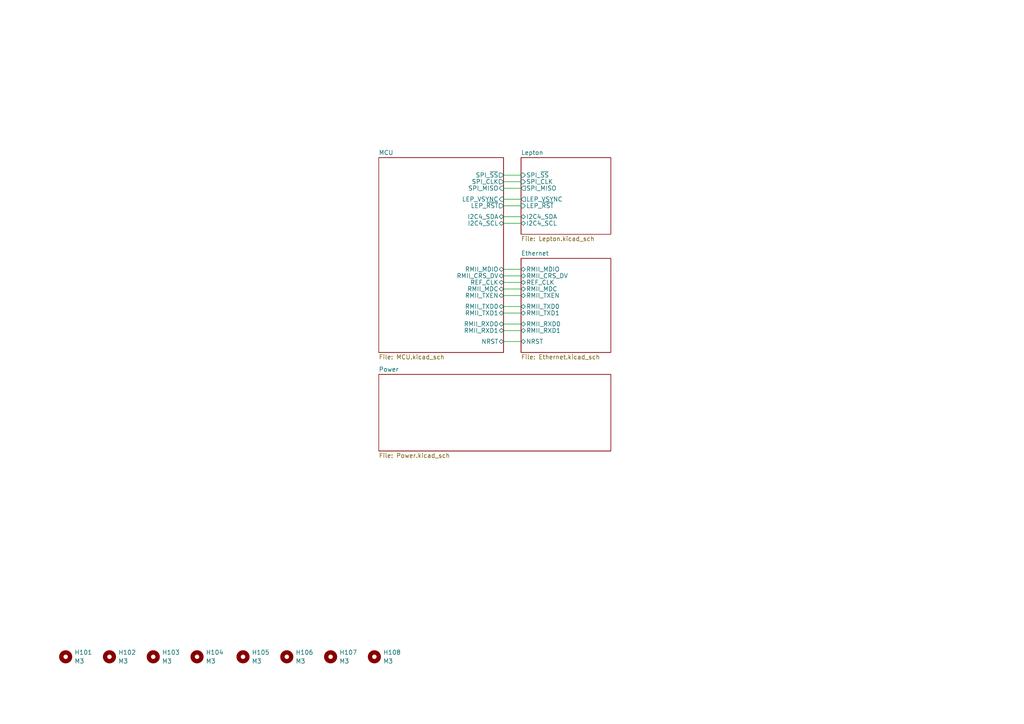
<source format=kicad_sch>
(kicad_sch (version 20230121) (generator eeschema)
  (paper "A4")
  (lib_symbols
    (symbol "Mechanical:MountingHole" (pin_names (offset 1.016))
      (property "Reference" "H" (at 0 5.08 0))
      (property "Value" "MountingHole" (at 0 3.175 0))
      (symbol "MountingHole_0_1"
        (circle (center 0 0) (radius 1.27) (stroke (width 1.27)))
      )
    )
  )
  (wire (pts (xy 146.05 52.705) (xy 151.13 52.705)))
  (wire (pts (xy 146.05 83.82) (xy 151.13 83.82)))
  (wire (pts (xy 146.05 50.8) (xy 151.13 50.8)))
  (wire (pts (xy 146.05 59.69) (xy 151.13 59.69)))
  (wire (pts (xy 146.05 93.98) (xy 151.13 93.98)))
  (wire (pts (xy 146.05 64.77) (xy 151.13 64.77)))
  (wire (pts (xy 146.05 80.01) (xy 151.13 80.01)))
  (wire (pts (xy 146.05 54.61) (xy 151.13 54.61)))
  (wire (pts (xy 146.05 85.725) (xy 151.13 85.725)))
  (wire (pts (xy 146.05 78.105) (xy 151.13 78.105)))
  (wire (pts (xy 146.05 90.805) (xy 151.13 90.805)))
  (wire (pts (xy 146.05 88.9) (xy 151.13 88.9)))
  (wire (pts (xy 146.05 57.785) (xy 151.13 57.785)))
  (wire (pts (xy 146.05 95.885) (xy 151.13 95.885)))
  (wire (pts (xy 146.05 81.915) (xy 151.13 81.915)))
  (wire (pts (xy 146.05 99.06) (xy 151.13 99.06)))
  (wire (pts (xy 146.05 62.865) (xy 151.13 62.865)))
  (symbol (lib_id "Mechanical:MountingHole") (at 95.885 190.5 0) (unit 1)
    (property "Reference" "H107" (at 98.425 189.23 0) (effects (justify left)))
    (property "Value" "M3" (at 98.425 191.77 0) (effects (justify left)))
    (property "Footprint" "MountingHole:MountingHole_3.2mm_M3_DIN965_Pad_TopBottom" (effects hide))
  )
  (symbol (lib_id "Mechanical:MountingHole") (at 19.05 190.5 0) (unit 1)
    (property "Reference" "H101" (at 21.59 189.23 0) (effects (justify left)))
    (property "Value" "M3" (at 21.59 191.77 0) (effects (justify left)))
    (property "Footprint" "MountingHole:MountingHole_3.2mm_M3_DIN965_Pad_TopBottom" (effects hide))
  )
  (symbol (lib_id "Mechanical:MountingHole") (at 57.15 190.5 0) (unit 1)
    (property "Reference" "H104" (at 59.69 189.23 0) (effects (justify left)))
    (property "Value" "M3" (at 59.69 191.77 0) (effects (justify left)))
    (property "Footprint" "MountingHole:MountingHole_3.2mm_M3_DIN965_Pad_TopBottom" (effects hide))
  )
  (symbol (lib_id "Mechanical:MountingHole") (at 70.485 190.5 0) (unit 1)
    (property "Reference" "H105" (at 73.025 189.23 0) (effects (justify left)))
    (property "Value" "M3" (at 73.025 191.77 0) (effects (justify left)))
    (property "Footprint" "MountingHole:MountingHole_3.2mm_M3_DIN965_Pad_TopBottom" (effects hide))
  )
  (symbol (lib_id "Mechanical:MountingHole") (at 31.75 190.5 0) (unit 1)
    (property "Reference" "H102" (at 34.29 189.23 0) (effects (justify left)))
    (property "Value" "M3" (at 34.29 191.77 0) (effects (justify left)))
    (property "Footprint" "MountingHole:MountingHole_3.2mm_M3_DIN965_Pad_TopBottom" (effects hide))
  )
  (symbol (lib_id "Mechanical:MountingHole") (at 108.585 190.5 0) (unit 1)
    (property "Reference" "H108" (at 111.125 189.23 0) (effects (justify left)))
    (property "Value" "M3" (at 111.125 191.77 0) (effects (justify left)))
    (property "Footprint" "MountingHole:MountingHole_3.2mm_M3_DIN965_Pad_TopBottom" (effects hide))
  )
  (symbol (lib_id "Mechanical:MountingHole") (at 44.45 190.5 0) (unit 1)
    (property "Reference" "H103" (at 46.99 189.23 0) (effects (justify left)))
    (property "Value" "M3" (at 46.99 191.77 0) (effects (justify left)))
    (property "Footprint" "MountingHole:MountingHole_3.2mm_M3_DIN965_Pad_TopBottom" (effects hide))
  )
  (symbol (lib_id "Mechanical:MountingHole") (at 83.185 190.5 0) (unit 1)
    (property "Reference" "H106" (at 85.725 189.23 0) (effects (justify left)))
    (property "Value" "M3" (at 85.725 191.77 0) (effects (justify left)))
    (property "Footprint" "MountingHole:MountingHole_3.2mm_M3_DIN965_Pad_TopBottom" (effects hide))
  )
  (sheet (at 109.855 45.72) (size 36.195 56.515) (stroke (width 0.1524))
    (property "Sheetname" "MCU" (at 109.855 45.0084 0) (effects (justify left bottom)))
    (property "Sheetfile" "MCU.kicad_sch" (at 109.855 102.8196 0) (effects (justify left top)))
    (pin "NRST" bidirectional (at 146.05 99.06 0))
    (pin "SPI_~{SS}" output (at 146.05 50.8 0))
    (pin "SPI_MISO" input (at 146.05 54.61 0))
    (pin "SPI_CLK" output (at 146.05 52.705 0))
    (pin "RMII_MDC" bidirectional (at 146.05 83.82 0))
    (pin "RMII_RXD1" bidirectional (at 146.05 95.885 0))
    (pin "RMII_RXD0" bidirectional (at 146.05 93.98 0))
    (pin "RMII_TXEN" bidirectional (at 146.05 85.725 0))
    (pin "RMII_TXD0" bidirectional (at 146.05 88.9 0))
    (pin "RMII_TXD1" bidirectional (at 146.05 90.805 0))
    (pin "RMII_MDIO" bidirectional (at 146.05 78.105 0))
    (pin "REF_CLK" bidirectional (at 146.05 81.915 0))
    (pin "RMII_CRS_DV" bidirectional (at 146.05 80.01 0))
    (pin "LEP_VSYNC" input (at 146.05 57.785 0))
    (pin "LEP_~{RST}" output (at 146.05 59.69 0))
    (pin "I2C4_SCL" bidirectional (at 146.05 64.77 0))
    (pin "I2C4_SDA" bidirectional (at 146.05 62.865 0))
  )
  (sheet (at 109.855 108.585) (size 67.31 22.225) (stroke (width 0.1524))
    (property "Sheetname" "Power" (at 109.855 107.8734 0) (effects (justify left bottom)))
    (property "Sheetfile" "Power.kicad_sch" (at 109.855 131.3946 0) (effects (justify left top)))
  )
  (sheet (at 151.13 74.93) (size 26.035 27.305) (stroke (width 0.1524))
    (property "Sheetname" "Ethernet" (at 151.13 74.2184 0) (effects (justify left bottom)))
    (property "Sheetfile" "Ethernet.kicad_sch" (at 151.13 102.8196 0) (effects (justify left top)))
    (pin "RMII_MDIO" bidirectional (at 151.13 78.105 180))
    (pin "RMII_CRS_DV" bidirectional (at 151.13 80.01 180))
    (pin "REF_CLK" bidirectional (at 151.13 81.915 180))
    (pin "RMII_MDC" bidirectional (at 151.13 83.82 180))
    (pin "NRST" bidirectional (at 151.13 99.06 180))
    (pin "RMII_TXD1" bidirectional (at 151.13 90.805 180))
    (pin "RMII_RXD0" bidirectional (at 151.13 93.98 180))
    (pin "RMII_TXEN" bidirectional (at 151.13 85.725 180))
    (pin "RMII_TXD0" bidirectional (at 151.13 88.9 180))
    (pin "RMII_RXD1" bidirectional (at 151.13 95.885 180))
  )
  (sheet (at 151.13 45.72) (size 26.035 22.225) (stroke (width 0.1524))
    (property "Sheetname" "Lepton" (at 151.13 45.0084 0) (effects (justify left bottom)))
    (property "Sheetfile" "Lepton.kicad_sch" (at 151.13 68.5296 0) (effects (justify left top)))
    (pin "SPI_~{SS}" input (at 151.13 50.8 180))
    (pin "SPI_MISO" output (at 151.13 54.61 180))
    (pin "LEP_VSYNC" output (at 151.13 57.785 180))
    (pin "SPI_CLK" input (at 151.13 52.705 180))
    (pin "LEP_~{RST}" input (at 151.13 59.69 180))
    (pin "I2C4_SDA" bidirectional (at 151.13 62.865 180))
    (pin "I2C4_SCL" bidirectional (at 151.13 64.77 180))
  )
)
</source>
